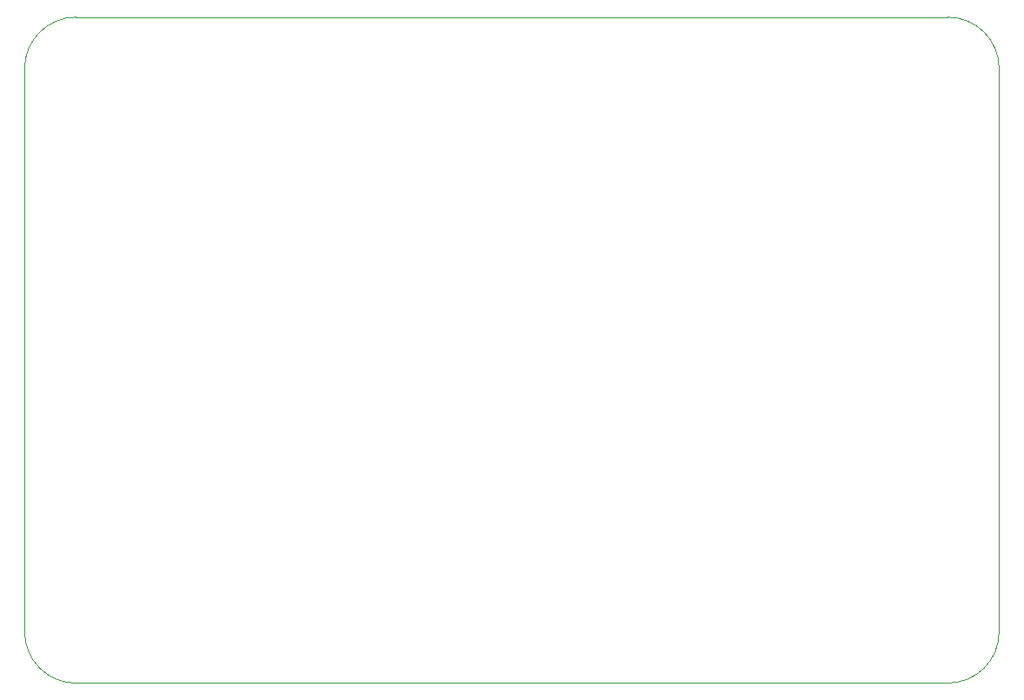
<source format=gbr>
%TF.GenerationSoftware,KiCad,Pcbnew,9.0.2*%
%TF.CreationDate,2025-06-20T15:29:42-04:00*%
%TF.ProjectId,proyecto02,70726f79-6563-4746-9f30-322e6b696361,rev?*%
%TF.SameCoordinates,Original*%
%TF.FileFunction,Profile,NP*%
%FSLAX46Y46*%
G04 Gerber Fmt 4.6, Leading zero omitted, Abs format (unit mm)*
G04 Created by KiCad (PCBNEW 9.0.2) date 2025-06-20 15:29:42*
%MOMM*%
%LPD*%
G01*
G04 APERTURE LIST*
%TA.AperFunction,Profile*%
%ADD10C,0.050000*%
%TD*%
G04 APERTURE END LIST*
D10*
X28190000Y-61842500D02*
G75*
G02*
X33190000Y-56842500I5000000J0D01*
G01*
X118190000Y-56842500D02*
G75*
G02*
X123190000Y-61842500I0J-5000000D01*
G01*
X123190000Y-116842500D02*
G75*
G02*
X118190000Y-121842500I-5000000J0D01*
G01*
X118190000Y-121842500D02*
X33190000Y-121842500D01*
X33190000Y-56842500D02*
X118190000Y-56842500D01*
X123190000Y-61842500D02*
X123190000Y-116842500D01*
X33190000Y-121842500D02*
G75*
G02*
X28190000Y-116842500I0J5000000D01*
G01*
X28190000Y-116842500D02*
X28190000Y-61842500D01*
M02*

</source>
